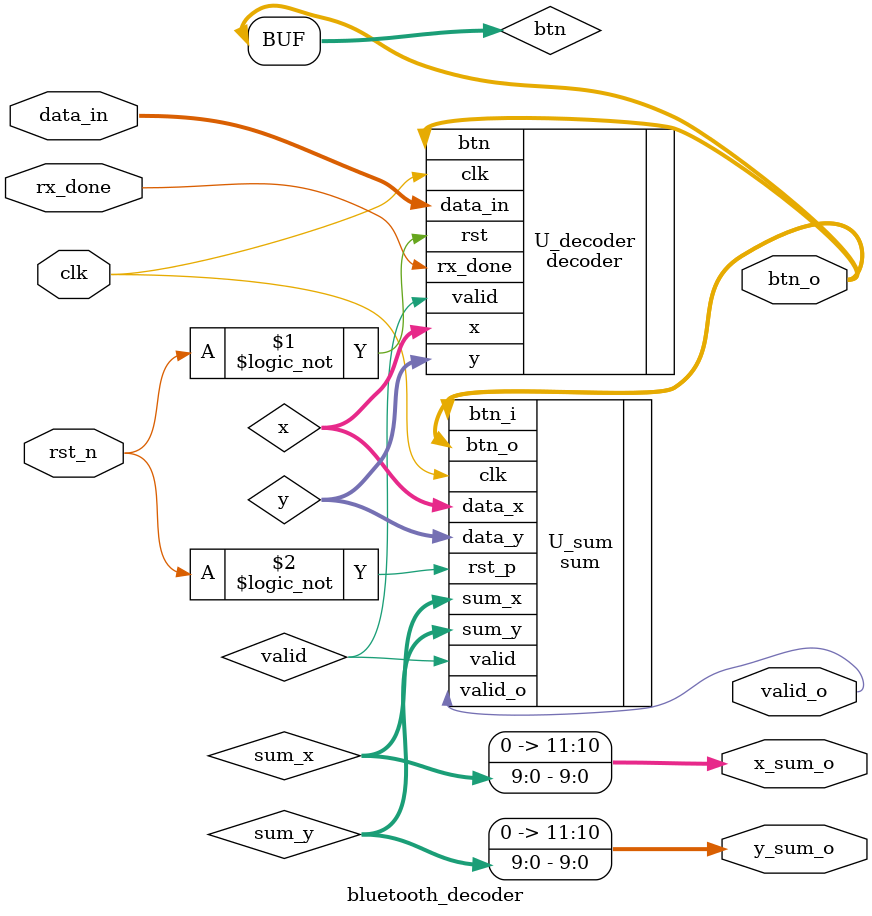
<source format=v>
`timescale 1ns / 1ps


module bluetooth_decoder #(
    parameter X_START = 320,
    parameter Y_START = 240,
    parameter X_MAX = 640,
    parameter Y_MAX = 480,
    parameter X_EDGE = 11,
    parameter Y_EDGE = 11,
    parameter X_MULT = 1,
    parameter Y_MULT = 1,
    parameter CLICK_LONG = 3
    )(
	input clk,
	input rst_n,
	input rx_done,
	input [7:0]data_in,
	output [11:0] x_sum_o,
	output [11:0] y_sum_o,
	output [7:0] btn_o,
	output  valid_o
    );

    wire[7:0]x,y,btn;
    wire valid;
    wire [9:0] sum_x;
    wire [9:0] sum_y;

	decoder U_decoder(
		.clk(clk),
		.rx_done(rx_done),
		.data_in(data_in),
		.rst(!rst_n),
		.x(x),
		.y(y),
		.btn(btn),
		.valid(valid)
    );

    sum #(
        .X_START(X_START),
        .Y_START(Y_START),
        .X_MAX(X_MAX),
        .Y_MAX(Y_MAX),
        .X_EDGE(X_EDGE),
        .Y_EDGE(Y_EDGE),
        .X_MULT(X_MULT),
        .Y_MULT(Y_MULT),
        .CLICK_LONG(CLICK_LONG)
        )
    U_sum (
        .clk(clk),
        .rst_p(!rst_n),

        .valid(valid),
        .data_x(x),
        .data_y(y),
        .btn_i(btn),

        .sum_x(sum_x),
        .sum_y(sum_y),
        .btn_o(btn_o),
        .valid_o(valid_o)
        );


    assign x_sum_o = {2'b0, sum_x};
    assign y_sum_o = {2'b0, sum_y};
    assign btn_o = btn;

endmodule

</source>
